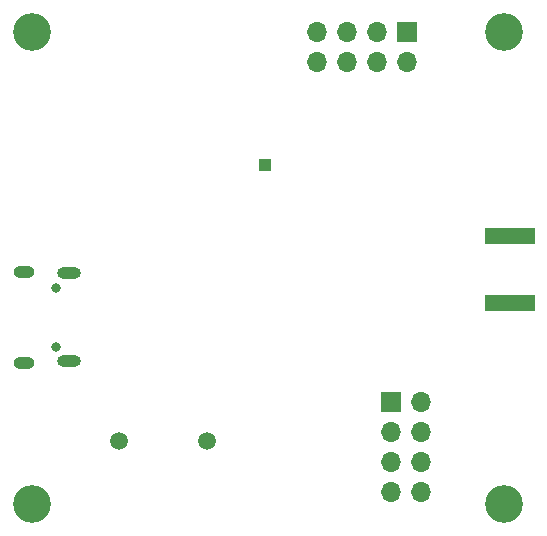
<source format=gbr>
%TF.GenerationSoftware,KiCad,Pcbnew,(5.1.10-1-10_14)*%
%TF.CreationDate,2021-07-28T23:22:07+08:00*%
%TF.ProjectId,maxm8q_board,6d61786d-3871-45f6-926f-6172642e6b69,rev?*%
%TF.SameCoordinates,Original*%
%TF.FileFunction,Soldermask,Bot*%
%TF.FilePolarity,Negative*%
%FSLAX46Y46*%
G04 Gerber Fmt 4.6, Leading zero omitted, Abs format (unit mm)*
G04 Created by KiCad (PCBNEW (5.1.10-1-10_14)) date 2021-07-28 23:22:07*
%MOMM*%
%LPD*%
G01*
G04 APERTURE LIST*
%ADD10R,4.200000X1.350000*%
%ADD11R,1.000000X1.000000*%
%ADD12C,3.200000*%
%ADD13O,1.700000X1.700000*%
%ADD14R,1.700000X1.700000*%
%ADD15C,0.800000*%
%ADD16O,1.800000X1.000000*%
%ADD17O,2.000000X1.000000*%
%ADD18C,1.500000*%
G04 APERTURE END LIST*
D10*
%TO.C,X1*%
X143450000Y-80275000D03*
X143450000Y-85925000D03*
%TD*%
D11*
%TO.C,TP1*%
X122760000Y-74290000D03*
%TD*%
D12*
%TO.C,H4*%
X143000000Y-63000000D03*
%TD*%
%TO.C,H3*%
X143000000Y-103000000D03*
%TD*%
%TO.C,H2*%
X103000000Y-63000000D03*
%TD*%
%TO.C,H1*%
X103000000Y-103000000D03*
%TD*%
D13*
%TO.C,J2*%
X127120000Y-65520000D03*
X127120000Y-62980000D03*
X129660000Y-65520000D03*
X129660000Y-62980000D03*
X132200000Y-65520000D03*
X132200000Y-62980000D03*
X134740000Y-65520000D03*
D14*
X134740000Y-62980000D03*
%TD*%
D13*
%TO.C,J4*%
X135970000Y-101920000D03*
X133430000Y-101920000D03*
X135970000Y-99380000D03*
X133430000Y-99380000D03*
X135970000Y-96840000D03*
X133430000Y-96840000D03*
X135970000Y-94300000D03*
D14*
X133430000Y-94300000D03*
%TD*%
D15*
%TO.C,J1*%
X105060000Y-89680000D03*
X105060000Y-84680000D03*
D16*
X102310000Y-91055000D03*
X102310000Y-83305000D03*
D17*
X106110000Y-90905000D03*
X106110000Y-83455000D03*
%TD*%
D18*
%TO.C,B1*%
X110410000Y-97610000D03*
X117860000Y-97610000D03*
%TD*%
M02*

</source>
